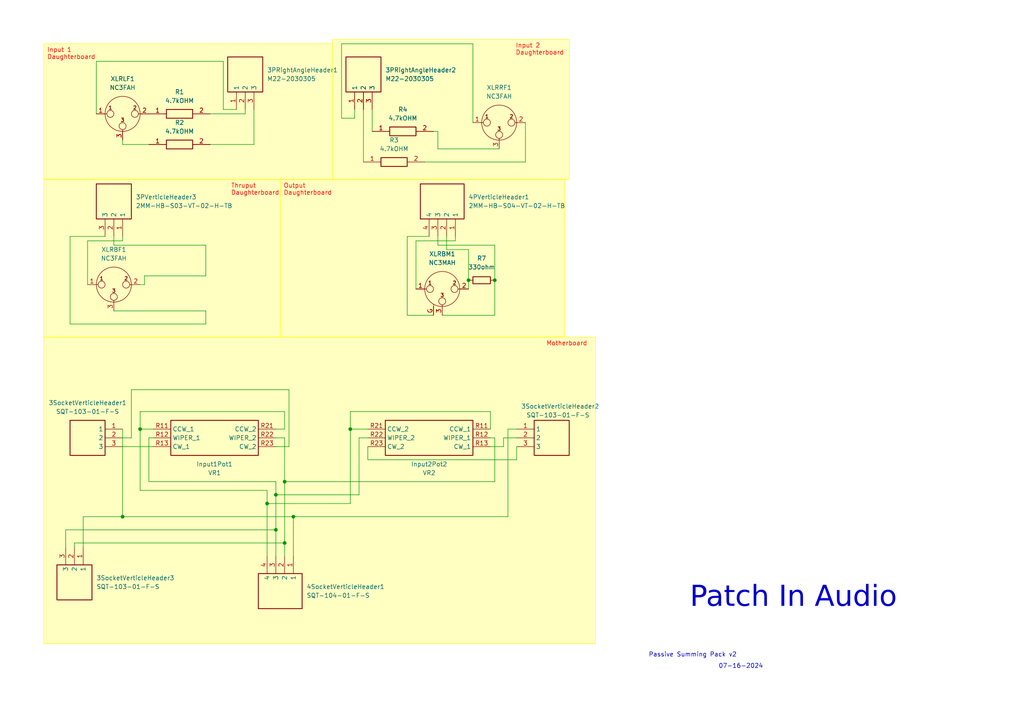
<source format=kicad_sch>
(kicad_sch (version 20231120) (generator "eeschema") (generator_version "8.0")
  (paper "A4")
  (lib_symbols
    (symbol "1K Audio Pot:PTD902-1015K-A102"
      (property "Reference" "VR" (at 31.75 7.62 0))
      (property "Value" "PTD902-1015K-A102" (at 31.75 5.08 0))
      (symbol "PTD902-1015K-A102_1_1"
        (rectangle (start 5.08 2.54) (end 30.48 -7.62) (stroke (width 0.254)) (fill (type background)))
        (pin passive line (at 35.56 -5.08 180) (length 5.08) (name "CCW_1") (number "R11"))
        (pin passive line (at 35.56 -2.54 180) (length 5.08) (name "WIPER_1") (number "R12"))
        (pin passive line (at 35.56 0 180) (length 5.08) (name "CW_1") (number "R13"))
        (pin passive line (at 0 -5.08 0) (length 5.08) (name "CCW_2") (number "R21"))
        (pin passive line (at 0 -2.54 0) (length 5.08) (name "WIPER_2") (number "R22"))
        (pin passive line (at 0 0 0) (length 5.08) (name "CW_2") (number "R23"))
      )
    )
    (symbol "3PHM - Connector:M22-2030305"
      (property "Reference" "J" (at 16.51 7.62 0))
      (property "Value" "M22-2030305" (at 16.51 5.08 0))
      (symbol "M22-2030305_1_1"
        (rectangle (start 5.08 2.54) (end 15.24 -7.62) (stroke (width 0.254)) (fill (type background)))
        (pin passive line (at 0 0 0) (length 5.08) (name "1") (number "1"))
        (pin passive line (at 0 -2.54 0) (length 5.08) (name "2") (number "2"))
        (pin passive line (at 0 -5.08 0) (length 5.08) (name "3") (number "3"))
      )
    )
    (symbol "3PVM - Connector:2MM-HB-S03-VT-02-H-TB"
      (property "Reference" "J" (at 16.51 7.62 0))
      (property "Value" "2MM-HB-S03-VT-02-H-TB" (at 16.51 5.08 0))
      (symbol "2MM-HB-S03-VT-02-H-TB_1_1"
        (rectangle (start 5.08 2.54) (end 15.24 -7.62) (stroke (width 0.254)) (fill (type background)))
        (pin passive line (at 0 -5.08 0) (length 5.08) (name "1") (number "1"))
        (pin passive line (at 0 -2.54 0) (length 5.08) (name "2") (number "2"))
        (pin passive line (at 0 0 0) (length 5.08) (name "3") (number "3"))
      )
    )
    (symbol "3SVF - Connector:SQT-103-01-F-S"
      (property "Reference" "J" (at 16.51 7.62 0))
      (property "Value" "SQT-103-01-F-S" (at 16.51 5.08 0))
      (symbol "SQT-103-01-F-S_1_1"
        (rectangle (start 5.08 2.54) (end 15.24 -7.62) (stroke (width 0.254)) (fill (type background)))
        (pin passive line (at 0 0 0) (length 5.08) (name "1") (number "1"))
        (pin passive line (at 0 -2.54 0) (length 5.08) (name "2") (number "2"))
        (pin passive line (at 0 -5.08 0) (length 5.08) (name "3") (number "3"))
      )
    )
    (symbol "4.7kOhm resistor:CMF504K7000FKEB" (pin_names hide)
      (property "Reference" "R" (at 13.97 6.35 0))
      (property "Value" "CMF504K7000FKEB" (at 13.97 3.81 0))
      (symbol "CMF504K7000FKEB_1_1"
        (rectangle (start 5.08 1.27) (end 12.7 -1.27) (stroke (width 0.254)) (fill (type background)))
        (pin passive line (at 0 0 0) (length 5.08) (name "1") (number "1"))
        (pin passive line (at 17.78 0 180) (length 5.08) (name "2") (number "2"))
      )
    )
    (symbol "4PVM - Connector:2MM-HB-S04-VT-02-H-TB"
      (property "Reference" "J" (at 16.51 7.62 0))
      (property "Value" "2MM-HB-S04-VT-02-H-TB" (at 16.51 5.08 0))
      (symbol "2MM-HB-S04-VT-02-H-TB_1_1"
        (rectangle (start 5.08 2.54) (end 15.24 -10.16) (stroke (width 0.254)) (fill (type background)))
        (pin passive line (at 0 -7.62 0) (length 5.08) (name "1") (number "1"))
        (pin passive line (at 0 -5.08 0) (length 5.08) (name "2") (number "2"))
        (pin passive line (at 0 -2.54 0) (length 5.08) (name "3") (number "3"))
        (pin passive line (at 0 0 0) (length 5.08) (name "4") (number "4"))
      )
    )
    (symbol "4SVF - Connector:SQT-104-01-F-S"
      (property "Reference" "J" (at 16.51 7.62 0))
      (property "Value" "SQT-104-01-F-S" (at 16.51 5.08 0))
      (symbol "SQT-104-01-F-S_1_1"
        (rectangle (start 5.08 2.54) (end 15.24 -10.16) (stroke (width 0.254)) (fill (type background)))
        (pin passive line (at 0 0 0) (length 5.08) (name "1") (number "1"))
        (pin passive line (at 0 -2.54 0) (length 5.08) (name "2") (number "2"))
        (pin passive line (at 0 -5.08 0) (length 5.08) (name "3") (number "3"))
        (pin passive line (at 0 -7.62 0) (length 5.08) (name "4") (number "4"))
      )
    )
    (symbol "Connector_Audio:NC3FAH" (pin_names hide)
      (property "Reference" "J" (at 0 8.89 0))
      (property "Value" "NC3FAH" (at 0 6.35 0))
      (symbol "NC3FAH_0_1"
        (circle (center -3.556 0) (radius 1.016))
        (circle (center 0 -3.556) (radius 1.016))
        (polyline (pts (xy -5.08 0) (xy -4.572 0)))
        (polyline (pts (xy 0 -5.08) (xy 0 -4.572)))
        (polyline (pts (xy 5.08 0) (xy 4.572 0)))
        (circle (center 0 0) (radius 5.08) (fill (type background)))
        (circle (center 3.556 0) (radius 1.016))
        (text "1" (at -3.556 1.778 0) (effects (font (size 1.016 1.016) (bold yes))))
        (text "2" (at 3.556 1.778 0) (effects (font (size 1.016 1.016) (bold yes))))
        (text "3" (at 0 -1.778 0) (effects (font (size 1.016 1.016) (bold yes))))
        (pin passive line (at -7.62 0 0) (length 2.54) (name "~") (number "1"))
        (pin passive line (at 7.62 0 180) (length 2.54) (name "~") (number "2"))
        (pin passive line (at 0 -7.62 90) (length 2.54) (name "~") (number "3"))
      )
    )
    (symbol "Connector_Audio:NC3MAH" (pin_names hide)
      (property "Reference" "J" (at 0 8.89 0))
      (property "Value" "NC3MAH" (at 0 6.35 0))
      (symbol "NC3MAH_0_1"
        (circle (center -3.556 0) (radius 1.016))
        (circle (center 0 -3.556) (radius 1.016))
        (polyline (pts (xy -5.08 0) (xy -4.572 0)))
        (polyline (pts (xy -2.54 -5.08) (xy -2.54 -4.445)))
        (polyline (pts (xy 0 -5.08) (xy 0 -4.572)))
        (polyline (pts (xy 5.08 0) (xy 4.572 0)))
        (circle (center 0 0) (radius 5.08) (fill (type background)))
        (circle (center 3.556 0) (radius 1.016))
        (text "1" (at -3.556 1.778 0) (effects (font (size 1.016 1.016) (bold yes))))
        (text "2" (at 3.556 1.778 0) (effects (font (size 1.016 1.016) (bold yes))))
        (text "3" (at 0 -1.778 0) (effects (font (size 1.016 1.016) (bold yes))))
        (pin passive line (at -7.62 0 0) (length 2.54) (name "~") (number "1"))
        (pin passive line (at 7.62 0 180) (length 2.54) (name "~") (number "2"))
        (pin passive line (at 0 -7.62 90) (length 2.54) (name "~") (number "3"))
      )
      (symbol "NC3MAH_1_1"
        (pin passive line (at -2.54 -7.62 90) (length 2.54) (name "~") (number "G"))
      )
    )
    (symbol "Device:R" (pin_numbers hide) (pin_names (offset 0))
      (property "Reference" "R" (at 2.032 0 90))
      (property "Value" "R" (at 0 0 90))
      (symbol "R_0_1"
        (rectangle (start -1.016 -2.54) (end 1.016 2.54) (stroke (width 0.254)))
      )
      (symbol "R_1_1"
        (pin passive line (at 0 3.81 270) (length 1.27) (name "~") (number "1"))
        (pin passive line (at 0 -3.81 90) (length 1.27) (name "~") (number "2"))
      )
    )
  )
  (junction (at 143.51 81.28))
  (junction (at 85.09 149.86))
  (junction (at 80.01 143.51))
  (junction (at 82.55 157.48))
  (junction (at 77.47 146.05))
  (junction (at 82.55 139.7))
  (junction (at 135.89 81.28))
  (junction (at 40.64 124.46))
  (junction (at 101.6 124.46))
  (junction (at 35.56 149.86))
  (junction (at 80.01 153.67))
  (wire (pts (xy 146.05 127) (xy 146.05 129.54)))
  (wire (pts (xy 82.55 124.46) (xy 82.55 119.38)))
  (wire (pts (xy 125.73 38.1) (xy 127 38.1)))
  (wire (pts (xy 80.01 153.67) (xy 80.01 161.29)))
  (wire (pts (xy 120.65 69.85) (xy 132.08 69.85)))
  (wire (pts (xy 107.95 31.75) (xy 107.95 38.1)))
  (wire (pts (xy 106.68 124.46) (xy 101.6 124.46)))
  (wire (pts (xy 149.86 133.35) (xy 106.68 133.35)))
  (wire (pts (xy 59.69 80.01) (xy 59.69 71.12)))
  (wire (pts (xy 60.96 41.91) (xy 73.66 41.91)))
  (wire (pts (xy 82.55 139.7) (xy 82.55 157.48)))
  (wire (pts (xy 60.96 33.02) (xy 71.12 33.02)))
  (wire (pts (xy 142.24 127) (xy 143.51 127)))
  (wire (pts (xy 43.18 127) (xy 43.18 139.7)))
  (wire (pts (xy 59.69 90.17) (xy 59.69 93.98)))
  (wire (pts (xy 135.89 72.39) (xy 129.54 72.39)))
  (wire (pts (xy 118.11 91.44) (xy 118.11 68.58)))
  (wire (pts (xy 19.05 158.75) (xy 19.05 153.67)))
  (wire (pts (xy 27.94 17.78) (xy 64.77 17.78)))
  (wire (pts (xy 135.89 72.39) (xy 135.89 81.28)))
  (wire (pts (xy 59.69 93.98) (xy 20.32 93.98)))
  (wire (pts (xy 143.51 71.12) (xy 143.51 81.28)))
  (wire (pts (xy 143.51 127) (xy 143.51 139.7)))
  (wire (pts (xy 27.94 33.02) (xy 27.94 17.78)))
  (wire (pts (xy 73.66 31.75) (xy 73.66 41.91)))
  (wire (pts (xy 35.56 149.86) (xy 24.13 149.86)))
  (wire (pts (xy 35.56 40.64) (xy 35.56 41.91)))
  (wire (pts (xy 43.18 139.7) (xy 80.01 139.7)))
  (wire (pts (xy 80.01 124.46) (xy 82.55 124.46)))
  (wire (pts (xy 80.01 139.7) (xy 80.01 143.51)))
  (wire (pts (xy 35.56 41.91) (xy 43.18 41.91)))
  (wire (pts (xy 118.11 68.58) (xy 124.46 68.58)))
  (wire (pts (xy 33.02 71.12) (xy 33.02 68.58)))
  (wire (pts (xy 102.87 31.75) (xy 102.87 34.29)))
  (wire (pts (xy 44.45 127) (xy 43.18 127)))
  (wire (pts (xy 127 71.12) (xy 143.51 71.12)))
  (wire (pts (xy 82.55 139.7) (xy 143.51 139.7)))
  (wire (pts (xy 40.64 124.46) (xy 44.45 124.46)))
  (wire (pts (xy 120.65 83.82) (xy 120.65 69.85)))
  (wire (pts (xy 125.73 91.44) (xy 118.11 91.44)))
  (wire (pts (xy 106.68 127) (xy 104.14 127)))
  (wire (pts (xy 152.4 35.56) (xy 152.4 46.99)))
  (wire (pts (xy 135.89 83.82) (xy 135.89 81.28)))
  (wire (pts (xy 77.47 161.29) (xy 77.47 146.05)))
  (wire (pts (xy 123.19 46.99) (xy 152.4 46.99)))
  (wire (pts (xy 35.56 69.85) (xy 35.56 68.58)))
  (wire (pts (xy 142.24 119.38) (xy 142.24 124.46)))
  (wire (pts (xy 64.77 17.78) (xy 64.77 31.75)))
  (wire (pts (xy 85.09 149.86) (xy 147.32 149.86)))
  (wire (pts (xy 104.14 127) (xy 104.14 143.51)))
  (wire (pts (xy 127 43.18) (xy 144.78 43.18)))
  (wire (pts (xy 64.77 31.75) (xy 68.58 31.75)))
  (wire (pts (xy 127 38.1) (xy 127 43.18)))
  (wire (pts (xy 102.87 34.29) (xy 99.06 34.29)))
  (wire (pts (xy 101.6 124.46) (xy 101.6 146.05)))
  (wire (pts (xy 25.4 82.55) (xy 25.4 69.85)))
  (wire (pts (xy 128.27 91.44) (xy 143.51 91.44)))
  (wire (pts (xy 85.09 161.29) (xy 85.09 149.86)))
  (wire (pts (xy 149.86 129.54) (xy 149.86 133.35)))
  (wire (pts (xy 77.47 142.24) (xy 40.64 142.24)))
  (wire (pts (xy 77.47 146.05) (xy 77.47 142.24)))
  (wire (pts (xy 35.56 127) (xy 38.1 127)))
  (wire (pts (xy 33.02 90.17) (xy 59.69 90.17)))
  (wire (pts (xy 132.08 68.58) (xy 132.08 69.85)))
  (wire (pts (xy 80.01 143.51) (xy 80.01 153.67)))
  (wire (pts (xy 105.41 31.75) (xy 105.41 46.99)))
  (wire (pts (xy 149.86 124.46) (xy 147.32 124.46)))
  (wire (pts (xy 21.59 157.48) (xy 82.55 157.48)))
  (wire (pts (xy 82.55 119.38) (xy 40.64 119.38)))
  (wire (pts (xy 82.55 157.48) (xy 82.55 161.29)))
  (wire (pts (xy 127 68.58) (xy 127 71.12)))
  (wire (pts (xy 25.4 69.85) (xy 35.56 69.85)))
  (wire (pts (xy 35.56 124.46) (xy 35.56 149.86)))
  (wire (pts (xy 83.82 129.54) (xy 83.82 113.03)))
  (wire (pts (xy 41.91 80.01) (xy 41.91 82.55)))
  (wire (pts (xy 40.64 142.24) (xy 40.64 124.46)))
  (wire (pts (xy 101.6 124.46) (xy 101.6 119.38)))
  (wire (pts (xy 40.64 119.38) (xy 40.64 124.46)))
  (wire (pts (xy 83.82 113.03) (xy 38.1 113.03)))
  (wire (pts (xy 99.06 34.29) (xy 99.06 12.7)))
  (wire (pts (xy 24.13 149.86) (xy 24.13 158.75)))
  (wire (pts (xy 59.69 71.12) (xy 33.02 71.12)))
  (wire (pts (xy 142.24 129.54) (xy 146.05 129.54)))
  (wire (pts (xy 19.05 153.67) (xy 80.01 153.67)))
  (wire (pts (xy 143.51 81.28) (xy 143.51 91.44)))
  (wire (pts (xy 80.01 127) (xy 82.55 127)))
  (wire (pts (xy 106.68 129.54) (xy 106.68 133.35)))
  (wire (pts (xy 40.64 82.55) (xy 41.91 82.55)))
  (wire (pts (xy 80.01 129.54) (xy 83.82 129.54)))
  (wire (pts (xy 20.32 68.58) (xy 30.48 68.58)))
  (wire (pts (xy 85.09 149.86) (xy 35.56 149.86)))
  (wire (pts (xy 101.6 119.38) (xy 142.24 119.38)))
  (wire (pts (xy 147.32 124.46) (xy 147.32 149.86)))
  (wire (pts (xy 99.06 12.7) (xy 137.16 12.7)))
  (wire (pts (xy 35.56 129.54) (xy 44.45 129.54)))
  (wire (pts (xy 38.1 113.03) (xy 38.1 127)))
  (wire (pts (xy 129.54 68.58) (xy 129.54 72.39)))
  (wire (pts (xy 20.32 93.98) (xy 20.32 68.58)))
  (wire (pts (xy 71.12 31.75) (xy 71.12 33.02)))
  (wire (pts (xy 80.01 143.51) (xy 104.14 143.51)))
  (wire (pts (xy 149.86 127) (xy 146.05 127)))
  (wire (pts (xy 82.55 127) (xy 82.55 139.7)))
  (wire (pts (xy 77.47 146.05) (xy 101.6 146.05)))
  (wire (pts (xy 41.91 80.01) (xy 59.69 80.01)))
  (wire (pts (xy 137.16 12.7) (xy 137.16 35.56)))
  (wire (pts (xy 21.59 158.75) (xy 21.59 157.48)))
  (rectangle (start 81.28 52.07) (end 163.83 97.79) (stroke (width 0) (color 255 255 0 1)) (fill (type color) (color 255 255 194 1)))
  (rectangle (start 12.7 12.7) (end 96.52 52.07) (stroke (width 0) (color 255 255 0 1)) (fill (type color) (color 255 255 194 1)))
  (rectangle (start 96.52 11.43) (end 165.1 52.07) (stroke (width 0) (color 255 255 0 1)) (fill (type color) (color 255 255 194 1)))
  (rectangle (start 12.7 52.07) (end 81.28 97.79) (stroke (width 0) (color 255 255 0 1)) (fill (type color) (color 255 255 194 1)))
  (rectangle (start 12.7 97.79) (end 172.72 186.69) (stroke (width 0) (color 255 255 0 1)) (fill (type color) (color 255 255 194 1)))
  (text_box "Output Daughterboard " (at 81.28 52.07 0) (size 15.24 10.16) (stroke (width -0.0001)) (effects (font (size 1.27 1.27)) (justify left top)))
  (text_box "Motherboard" (at 157.48 97.79 0) (size 15.24 10.16) (stroke (width -0.0001)) (effects (font (size 1.27 1.27)) (justify left top)))
  (text_box "Input 1 Daughterboard " (at 12.7 12.7 0) (size 15.24 10.16) (stroke (width -0.0001)) (effects (font (size 1.27 1.27)) (justify left top)))
  (text_box "Input 2 Daughterboard " (at 148.59 11.43 0) (size 15.24 10.16) (stroke (width -0.0001)) (effects (font (size 1.27 1.27)) (justify left top)))
  (text_box "Thruput Daughterboard " (at 66.04 52.07 0) (size 15.24 10.16) (stroke (width -0.0001)) (effects (font (size 1.27 1.27)) (justify left top)))
  (text "07-16-2024\n" (at 214.884 193.294 0) (effects (font (size 1.27 1.27))))
  (text "Passive Summing Pack v2" (at 200.914 189.992 0) (effects (font (size 1.27 1.27))))
  (text "Patch In Audio" (at 230.124 175.006 0) (effects (font (size 6 6))))
  (symbol (lib_id "1K Audio Pot:PTD902-1015K-A102") (at 80.01 129.54 180) (unit 1)
    (property "Reference" "VR1" (at 62.23 137.16 0))
    (property "Value" "Input1Pot1" (at 62.23 134.62 0))
    (property "Footprint" "PTD9021015KA102" (effects (hide yes)))
    (property "Datasheet" "https://www.mouser.co.uk/datasheet/2/54/ptd90-777943.pdf" (effects (hide yes)))
    (property "Description" "Res Carbon Film POT 1K Ohm 10% 0.025W 1(Elec)/1(Mech)Turns 6mm (24.65 X 9.5 X 11.3mm) Pin Panel Mount/Through Hole" (effects (hide yes)))
    (property "Height" "11.9" (effects (hide yes)))
    (property "Mouser Part Number" "652-PTD902-1015KA102" (effects (hide yes)))
    (property "Mouser Price/Stock" "https://www.mouser.co.uk/ProductDetail/Bourns/PTD902-1015K-A102?qs=QARuOjD9jaHnSLR08XCOqQ%3D%3D" (effects (hide yes)))
    (property "Manufacturer_Name" "Bourns" (effects (hide yes)))
    (property "Manufacturer_Part_Number" "PTD902-1015K-A102" (effects (hide yes)))
  )
  (symbol (lib_id "3PVM - Connector:2MM-HB-S03-VT-02-H-TB") (at 30.48 68.58 90) (unit 1)
    (property "Reference" "3PVerticleHeader3" (at 39.37 57.1499 90) (effects (justify right)))
    (property "Value" "2MM-HB-S03-VT-02-H-TB" (at 39.37 59.6899 90) (effects (justify right)))
    (property "Footprint" "2MMHBS03VT02HTB" (effects (hide yes)))
    (property "Description" "PCB Mount Header, Vertical, Board-to-Board, 3 Position, 2 mm [.079 in] Centerline, Breakaway, Gold, Through Hole - Solder, Signal, Black, AMPMODU 2 mm" (effects (hide yes)))
    (property "Height" "5.55" (effects (hide yes)))
    (property "Mouser Part Number" "571-2MM-HBS03VT02HTB" (effects (hide yes)))
    (property "Mouser Price/Stock" "https://www.mouser.co.uk/ProductDetail/TE-Connectivity/2MM-HB-S03-VT-02-H-TB?qs=9vOqFld9vZWxGYYLObPL%252Bg%3D%3D" (effects (hide yes)))
    (property "Manufacturer_Name" "TE Connectivity" (effects (hide yes)))
    (property "Manufacturer_Part_Number" "2MM-HB-S03-VT-02-H-TB" (effects (hide yes)))
  )
  (symbol (lib_id "Connector_Audio:NC3FAH") (at 144.78 35.56 0) (unit 1)
    (property "Reference" "XLRRF1" (at 144.78 25.4 0))
    (property "Value" "NC3FAH" (at 144.78 27.94 0))
    (property "Footprint" "Connector_Audio:Jack_XLR_Neutrik_NC3FAH_Horizontal" (effects (hide yes)))
    (property "Datasheet" "https://www.neutrik.com/en/product/nc3fah" (effects (hide yes)))
    (property "Description" "A Series, 3 pole female XLR receptacle, grounding: without ground/shell contact, horizontal PCB mount" (effects (hide yes)))
  )
  (symbol (lib_id "3PHM - Connector:M22-2030305") (at 68.58 31.75 90) (unit 1)
    (property "Reference" "3PRightAngleHeader1" (at 77.47 20.3199 90) (effects (justify right)))
    (property "Value" "M22-2030305" (at 77.47 22.8599 90) (effects (justify right)))
    (property "Footprint" "HDRRA3W50P0X200_1X3_600X150X200P" (effects (hide yes)))
    (property "Datasheet" "https://cdn.harwin.com/pdfs/M22-203.pdf" (effects (hide yes)))
    (property "Description" "Header,SIL,Horizontal,3way,2mm pitch HARWIN M22 Series, 2mm Pitch 3 Way 1 Row Right Angle Pin Header, Through Hole, Solder Termination" (effects (hide yes)))
    (property "Height" "2" (effects (hide yes)))
    (property "Mouser Part Number" "855-M22-2030305" (effects (hide yes)))
    (property "Mouser Price/Stock" "https://www.mouser.co.uk/ProductDetail/Harwin/M22-2030305?qs=xxdqPuaJ%252Ba0ArdkkyoJsaQ%3D%3D" (effects (hide yes)))
    (property "Manufacturer_Name" "Harwin" (effects (hide yes)))
    (property "Manufacturer_Part_Number" "M22-2030305" (effects (hide yes)))
  )
  (symbol (lib_id "4.7kOhm resistor:CMF504K7000FKEB") (at 105.41 46.99 0) (unit 1)
    (property "Reference" "R3" (at 114.3 40.64 0))
    (property "Value" "4.7kOHM" (at 114.3 43.18 0))
    (property "Footprint" "RESAD1041W46L381D165" (effects (hide yes)))
    (property "Datasheet" "https://www.arrow.com/en/products/cmf504k7000fkeb/vishay" (effects (hide yes)))
    (property "Description" "Res Metal Film 4.7K Ohm 1% 0.125W(1/8W) +/-100ppm/C Epoxy AXL T/R" (effects (hide yes)))
    (property "Mouser Part Number" "71-CMF504K7000FKEB" (effects (hide yes)))
    (property "Mouser Price/Stock" "https://www.mouser.co.uk/ProductDetail/Vishay-Dale/CMF504K7000FKEB?qs=rMX6kfwPG0oJafc6oxe%252BpA%3D%3D" (effects (hide yes)))
    (property "Manufacturer_Name" "Vishay" (effects (hide yes)))
    (property "Manufacturer_Part_Number" "CMF504K7000FKEB" (effects (hide yes)))
  )
  (symbol (lib_id "3SVF - Connector:SQT-103-01-F-S") (at 149.86 124.46 0) (unit 1)
    (property "Reference" "3SocketVerticleHeader2" (at 151.13 117.856 0) (effects (justify left)))
    (property "Value" "SQT-103-01-F-S" (at 152.654 120.396 0) (effects (justify left)))
    (property "Footprint" "SQT-103-01-XX-S" (effects (hide yes)))
    (property "Datasheet" "http://suddendocs.samtec.com/prints/sqt-1xx-xx-xxx-x-xxx-xxx-mkt.pdf" (effects (hide yes)))
    (property "Description" "3 Position,Cost Effective Rugged PCB Sockets, 2.00mm pitch" (effects (hide yes)))
    (property "Height" "6.35" (effects (hide yes)))
    (property "Mouser Part Number" "200-SQT10301FS" (effects (hide yes)))
    (property "Mouser Price/Stock" "https://www.mouser.co.uk/ProductDetail/Samtec/SQT-103-01-F-S?qs=rU5fayqh%252BE3460L0h9tSJA%3D%3D" (effects (hide yes)))
    (property "Manufacturer_Name" "SAMTEC" (effects (hide yes)))
    (property "Manufacturer_Part_Number" "SQT-103-01-F-S" (effects (hide yes)))
  )
  (symbol (lib_id "Connector_Audio:NC3FAH") (at 35.56 33.02 0) (unit 1)
    (property "Reference" "XLRLF1" (at 35.56 22.86 0))
    (property "Value" "NC3FAH" (at 35.56 25.4 0))
    (property "Footprint" "Connector_Audio:Jack_XLR_Neutrik_NC3FAH_Horizontal" (effects (hide yes)))
    (property "Datasheet" "https://www.neutrik.com/en/product/nc3fah" (effects (hide yes)))
    (property "Description" "A Series, 3 pole female XLR receptacle, grounding: without ground/shell contact, horizontal PCB mount" (effects (hide yes)))
  )
  (symbol (lib_id "Connector_Audio:NC3MAH") (at 128.27 83.82 0) (unit 1)
    (property "Reference" "XLRBM1" (at 128.27 73.66 0))
    (property "Value" "NC3MAH" (at 128.27 76.2 0))
    (property "Footprint" "Connector_Audio:Jack_XLR_Neutrik_NC3MAH_Horizontal" (effects (hide yes)))
    (property "Datasheet" "https://www.neutrik.com/en/product/nc3mah" (effects (hide yes)))
    (property "Description" "A Series, 3 pole male XLR receptacle, grounding: separate ground contact to mating connector shell and front panel, horizontal PCB mount" (effects (hide yes)))
  )
  (symbol (lib_id "Device:R") (at 139.7 81.28 90) (unit 1)
    (property "Reference" "R7" (at 139.7 74.93 90))
    (property "Value" "330ohm" (at 139.7 77.47 90))
    (property "Footprint" "4.7kOhm resistor:RESAD1041W46L381D165" (effects (hide yes)))
    (property "Description" "Resistor" (effects (hide yes)))
  )
  (symbol (lib_id "4PVM - Connector:2MM-HB-S04-VT-02-H-TB") (at 124.46 68.58 90) (unit 1)
    (property "Reference" "4PVerticleHeader1" (at 135.89 57.1499 90) (effects (justify right)))
    (property "Value" "2MM-HB-S04-VT-02-H-TB" (at 135.89 59.6899 90) (effects (justify right)))
    (property "Footprint" "2MMHBS04VT02HTB" (effects (hide yes)))
    (property "Description" "PCB Mount Header, Vertical, Board-to-Board, 4 Position, 2 mm [.079 in] Centerline, Breakaway, Gold, Through Hole - Solder, Signal, Black, AMPMODU 2 mm" (effects (hide yes)))
    (property "Height" "5.65" (effects (hide yes)))
    (property "Mouser Part Number" "571-2MM-HBS04VT02HTB" (effects (hide yes)))
    (property "Mouser Price/Stock" "https://www.mouser.co.uk/ProductDetail/TE-Connectivity/2MM-HB-S04-VT-02-H-TB?qs=9vOqFld9vZV92XCWgf%2F5sQ%3D%3D" (effects (hide yes)))
    (property "Manufacturer_Name" "TE Connectivity" (effects (hide yes)))
    (property "Manufacturer_Part_Number" "2MM-HB-S04-VT-02-H-TB" (effects (hide yes)))
  )
  (symbol (lib_id "3PHM - Connector:M22-2030305") (at 102.87 31.75 90) (unit 1)
    (property "Reference" "3PRightAngleHeader2" (at 111.76 20.3199 90) (effects (justify right)))
    (property "Value" "M22-2030305" (at 111.76 22.8599 90) (effects (justify right)))
    (property "Footprint" "HDRRA3W50P0X200_1X3_600X150X200P" (effects (hide yes)))
    (property "Datasheet" "https://cdn.harwin.com/pdfs/M22-203.pdf" (effects (hide yes)))
    (property "Description" "Header,SIL,Horizontal,3way,2mm pitch HARWIN M22 Series, 2mm Pitch 3 Way 1 Row Right Angle Pin Header, Through Hole, Solder Termination" (effects (hide yes)))
    (property "Height" "2" (effects (hide yes)))
    (property "Mouser Part Number" "855-M22-2030305" (effects (hide yes)))
    (property "Mouser Price/Stock" "https://www.mouser.co.uk/ProductDetail/Harwin/M22-2030305?qs=xxdqPuaJ%252Ba0ArdkkyoJsaQ%3D%3D" (effects (hide yes)))
    (property "Manufacturer_Name" "Harwin" (effects (hide yes)))
    (property "Manufacturer_Part_Number" "M22-2030305" (effects (hide yes)))
  )
  (symbol (lib_id "4.7kOhm resistor:CMF504K7000FKEB") (at 107.95 38.1 0) (unit 1)
    (property "Reference" "R4" (at 116.84 31.75 0))
    (property "Value" "4.7kOHM" (at 116.84 34.29 0))
    (property "Footprint" "RESAD1041W46L381D165" (effects (hide yes)))
    (property "Datasheet" "https://www.arrow.com/en/products/cmf504k7000fkeb/vishay" (effects (hide yes)))
    (property "Description" "Res Metal Film 4.7K Ohm 1% 0.125W(1/8W) +/-100ppm/C Epoxy AXL T/R" (effects (hide yes)))
    (property "Mouser Part Number" "71-CMF504K7000FKEB" (effects (hide yes)))
    (property "Mouser Price/Stock" "https://www.mouser.co.uk/ProductDetail/Vishay-Dale/CMF504K7000FKEB?qs=rMX6kfwPG0oJafc6oxe%252BpA%3D%3D" (effects (hide yes)))
    (property "Manufacturer_Name" "Vishay" (effects (hide yes)))
    (property "Manufacturer_Part_Number" "CMF504K7000FKEB" (effects (hide yes)))
  )
  (symbol (lib_id "1K Audio Pot:PTD902-1015K-A102") (at 106.68 129.54 0) (mirror x) (unit 1)
    (property "Reference" "VR2" (at 124.46 137.16 0))
    (property "Value" "Input2Pot2" (at 124.46 134.62 0))
    (property "Footprint" "PTD9021015KA102" (effects (hide yes)))
    (property "Datasheet" "https://www.mouser.co.uk/datasheet/2/54/ptd90-777943.pdf" (effects (hide yes)))
    (property "Description" "Res Carbon Film POT 1K Ohm 10% 0.025W 1(Elec)/1(Mech)Turns 6mm (24.65 X 9.5 X 11.3mm) Pin Panel Mount/Through Hole" (effects (hide yes)))
    (property "Height" "11.9" (effects (hide yes)))
    (property "Mouser Part Number" "652-PTD902-1015KA102" (effects (hide yes)))
    (property "Mouser Price/Stock" "https://www.mouser.co.uk/ProductDetail/Bourns/PTD902-1015K-A102?qs=QARuOjD9jaHnSLR08XCOqQ%3D%3D" (effects (hide yes)))
    (property "Manufacturer_Name" "Bourns" (effects (hide yes)))
    (property "Manufacturer_Part_Number" "PTD902-1015K-A102" (effects (hide yes)))
  )
  (symbol (lib_id "4.7kOhm resistor:CMF504K7000FKEB") (at 43.18 41.91 0) (unit 1)
    (property "Reference" "R2" (at 52.07 35.56 0))
    (property "Value" "4.7kOHM" (at 52.07 38.1 0))
    (property "Footprint" "RESAD1041W46L381D165" (effects (hide yes)))
    (property "Datasheet" "https://www.arrow.com/en/products/cmf504k7000fkeb/vishay" (effects (hide yes)))
    (property "Description" "Res Metal Film 4.7K Ohm 1% 0.125W(1/8W) +/-100ppm/C Epoxy AXL T/R" (effects (hide yes)))
    (property "Mouser Part Number" "71-CMF504K7000FKEB" (effects (hide yes)))
    (property "Mouser Price/Stock" "https://www.mouser.co.uk/ProductDetail/Vishay-Dale/CMF504K7000FKEB?qs=rMX6kfwPG0oJafc6oxe%252BpA%3D%3D" (effects (hide yes)))
    (property "Manufacturer_Name" "Vishay" (effects (hide yes)))
    (property "Manufacturer_Part_Number" "CMF504K7000FKEB" (effects (hide yes)))
  )
  (symbol (lib_id "4.7kOhm resistor:CMF504K7000FKEB") (at 43.18 33.02 0) (unit 1)
    (property "Reference" "R1" (at 52.07 26.67 0))
    (property "Value" "4.7kOHM" (at 52.07 29.21 0))
    (property "Footprint" "RESAD1041W46L381D165" (effects (hide yes)))
    (property "Datasheet" "https://www.arrow.com/en/products/cmf504k7000fkeb/vishay" (effects (hide yes)))
    (property "Description" "Res Metal Film 4.7K Ohm 1% 0.125W(1/8W) +/-100ppm/C Epoxy AXL T/R" (effects (hide yes)))
    (property "Mouser Part Number" "71-CMF504K7000FKEB" (effects (hide yes)))
    (property "Mouser Price/Stock" "https://www.mouser.co.uk/ProductDetail/Vishay-Dale/CMF504K7000FKEB?qs=rMX6kfwPG0oJafc6oxe%252BpA%3D%3D" (effects (hide yes)))
    (property "Manufacturer_Name" "Vishay" (effects (hide yes)))
    (property "Manufacturer_Part_Number" "CMF504K7000FKEB" (effects (hide yes)))
  )
  (symbol (lib_id "4SVF - Connector:SQT-104-01-F-S") (at 85.09 161.29 270) (unit 1)
    (property "Reference" "4SocketVerticleHeader1" (at 88.9 170.1799 90) (effects (justify left)))
    (property "Value" "SQT-104-01-F-S" (at 88.9 172.7199 90) (effects (justify left)))
    (property "Footprint" "SQT-104-01-XX-S" (effects (hide yes)))
    (property "Datasheet" "http://suddendocs.samtec.com/prints/sqt-1xx-xx-xxx-x-xxx-xxx-mkt.pdf" (effects (hide yes)))
    (property "Description" "4 Position,Cost Effective Rugged PCB Sockets, 2.00mm pitch" (effects (hide yes)))
    (property "Height" "6.35" (effects (hide yes)))
    (property "Mouser Part Number" "200-SQT10401FS" (effects (hide yes)))
    (property "Mouser Price/Stock" "https://www.mouser.co.uk/ProductDetail/Samtec/SQT-104-01-F-S?qs=92ilVni64gyhFAB794hTxw%3D%3D" (effects (hide yes)))
    (property "Manufacturer_Name" "SAMTEC" (effects (hide yes)))
    (property "Manufacturer_Part_Number" "SQT-104-01-F-S" (effects (hide yes)))
  )
  (symbol (lib_id "Connector_Audio:NC3FAH") (at 33.02 82.55 0) (unit 1)
    (property "Reference" "XLRBF1" (at 33.02 72.39 0))
    (property "Value" "NC3FAH" (at 33.02 74.93 0))
    (property "Footprint" "Connector_Audio:Jack_XLR_Neutrik_NC3FAH_Horizontal" (effects (hide yes)))
    (property "Datasheet" "https://www.neutrik.com/en/product/nc3fah" (effects (hide yes)))
    (property "Description" "A Series, 3 pole female XLR receptacle, grounding: without ground/shell contact, horizontal PCB mount" (effects (hide yes)))
  )
  (symbol (lib_id "3SVF - Connector:SQT-103-01-F-S") (at 24.13 158.75 270) (unit 1)
    (property "Reference" "3SocketVerticleHeader3" (at 27.94 167.6399 90) (effects (justify left)))
    (property "Value" "SQT-103-01-F-S" (at 27.94 170.1799 90) (effects (justify left)))
    (property "Footprint" "SQT-103-01-XX-S" (effects (hide yes)))
    (property "Datasheet" "http://suddendocs.samtec.com/prints/sqt-1xx-xx-xxx-x-xxx-xxx-mkt.pdf" (effects (hide yes)))
    (property "Description" "3 Position,Cost Effective Rugged PCB Sockets, 2.00mm pitch" (effects (hide yes)))
    (property "Height" "6.35" (effects (hide yes)))
    (property "Mouser Part Number" "200-SQT10301FS" (effects (hide yes)))
    (property "Mouser Price/Stock" "https://www.mouser.co.uk/ProductDetail/Samtec/SQT-103-01-F-S?qs=rU5fayqh%252BE3460L0h9tSJA%3D%3D" (effects (hide yes)))
    (property "Manufacturer_Name" "SAMTEC" (effects (hide yes)))
    (property "Manufacturer_Part_Number" "SQT-103-01-F-S" (effects (hide yes)))
  )
  (symbol (lib_id "3SVF - Connector:SQT-103-01-F-S") (at 35.56 124.46 0) (mirror y) (unit 1)
    (property "Reference" "3SocketVerticleHeader1" (at 25.4 116.84 0))
    (property "Value" "SQT-103-01-F-S" (at 25.4 119.38 0))
    (property "Footprint" "SQT-103-01-XX-S" (effects (hide yes)))
    (property "Datasheet" "http://suddendocs.samtec.com/prints/sqt-1xx-xx-xxx-x-xxx-xxx-mkt.pdf" (effects (hide yes)))
    (property "Description" "3 Position,Cost Effective Rugged PCB Sockets, 2.00mm pitch" (effects (hide yes)))
    (property "Height" "6.35" (effects (hide yes)))
    (property "Mouser Part Number" "200-SQT10301FS" (effects (hide yes)))
    (property "Mouser Price/Stock" "https://www.mouser.co.uk/ProductDetail/Samtec/SQT-103-01-F-S?qs=rU5fayqh%252BE3460L0h9tSJA%3D%3D" (effects (hide yes)))
    (property "Manufacturer_Name" "SAMTEC" (effects (hide yes)))
    (property "Manufacturer_Part_Number" "SQT-103-01-F-S" (effects (hide yes)))
  )
)
</source>
